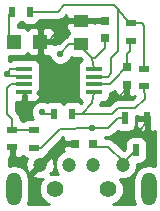
<source format=gbr>
G04 #@! TF.FileFunction,Copper,L1,Top,Signal*
%FSLAX46Y46*%
G04 Gerber Fmt 4.6, Leading zero omitted, Abs format (unit mm)*
G04 Created by KiCad (PCBNEW 4.0.7) date 09/14/17 09:13:08*
%MOMM*%
%LPD*%
G01*
G04 APERTURE LIST*
%ADD10C,0.100000*%
%ADD11R,0.750000X0.800000*%
%ADD12R,0.500000X0.900000*%
%ADD13R,0.900000X0.500000*%
%ADD14R,0.800000X0.750000*%
%ADD15R,1.250000X1.000000*%
%ADD16R,1.200000X1.200000*%
%ADD17C,1.200000*%
%ADD18C,1.400000*%
%ADD19O,1.300000X2.800000*%
%ADD20R,0.600000X1.000000*%
%ADD21R,1.450000X0.450000*%
%ADD22C,0.584200*%
%ADD23C,0.152400*%
%ADD24C,0.254000*%
G04 APERTURE END LIST*
D10*
D11*
X149400000Y-87250000D03*
X149400000Y-85750000D03*
D12*
X144768000Y-89662000D03*
X143268000Y-89662000D03*
D13*
X150876000Y-85864000D03*
X150876000Y-87364000D03*
X149725000Y-82025000D03*
X149725000Y-83525000D03*
X139700000Y-91020200D03*
X139700000Y-92520200D03*
X141503400Y-92545600D03*
X141503400Y-91045600D03*
D12*
X139712000Y-81026000D03*
X141212000Y-81026000D03*
D14*
X145046000Y-92202000D03*
X146546000Y-92202000D03*
D11*
X147574000Y-81800000D03*
X147574000Y-83300000D03*
D15*
X145542000Y-83804000D03*
X145542000Y-81804000D03*
D16*
X139870000Y-83566000D03*
X142070000Y-83566000D03*
D17*
X142042000Y-93980000D03*
X144542000Y-93980000D03*
X146542000Y-93980000D03*
X149042000Y-93980000D03*
D18*
X147792000Y-96080000D03*
X143292000Y-96080000D03*
D19*
X151242000Y-96080000D03*
X139842000Y-96080000D03*
D20*
X151130000Y-90043000D03*
X149230000Y-90043000D03*
X150180000Y-92743000D03*
D21*
X140700000Y-85875000D03*
X140700000Y-86525000D03*
X140700000Y-87175000D03*
X140700000Y-87825000D03*
X146600000Y-87825000D03*
X146600000Y-87175000D03*
X146600000Y-86525000D03*
X146600000Y-85875000D03*
D22*
X142075000Y-82275000D03*
X150400000Y-91100000D03*
X148625000Y-88300000D03*
X143850000Y-92200000D03*
X140425000Y-89150000D03*
X139725000Y-93600000D03*
X146475000Y-90900000D03*
X143764000Y-84582000D03*
X139275000Y-86325000D03*
X142176500Y-89535000D03*
D23*
X142070000Y-83566000D02*
X142070000Y-82280000D01*
X142070000Y-82280000D02*
X142075000Y-82275000D01*
X151130000Y-90043000D02*
X151130000Y-90395000D01*
X151130000Y-90395000D02*
X150400000Y-91100000D01*
X149400000Y-87250000D02*
X149400000Y-87525000D01*
X149400000Y-87525000D02*
X148625000Y-88300000D01*
X142070000Y-83566000D02*
X142684000Y-83566000D01*
X142684000Y-83566000D02*
X143325000Y-82925000D01*
X145046000Y-92202000D02*
X143852000Y-92202000D01*
X143852000Y-92202000D02*
X143850000Y-92200000D01*
X140700000Y-87825000D02*
X140700000Y-88875000D01*
X140700000Y-88875000D02*
X140425000Y-89150000D01*
X139700000Y-92520200D02*
X139700000Y-93575000D01*
X139700000Y-93575000D02*
X139725000Y-93600000D01*
X149400000Y-87250000D02*
X149400000Y-87500000D01*
X142042000Y-93980000D02*
X142240000Y-93980000D01*
X149400000Y-85750000D02*
X149400000Y-84625000D01*
X149675000Y-84350000D02*
X149675000Y-83575000D01*
X149400000Y-84625000D02*
X149675000Y-84350000D01*
X149675000Y-83575000D02*
X149725000Y-83525000D01*
X149600000Y-83650000D02*
X149725000Y-83525000D01*
X146600000Y-87175000D02*
X147975000Y-87175000D01*
X148650000Y-86500000D02*
X149286682Y-85628484D01*
X147975000Y-87175000D02*
X148650000Y-86500000D01*
X149286682Y-85628484D02*
X149311682Y-85603484D01*
X149127236Y-85897764D02*
X149299682Y-85591484D01*
X149299682Y-85591484D02*
X149311682Y-85603484D01*
X149311682Y-85603484D02*
X149146000Y-85484000D01*
X149042000Y-93980000D02*
X149042000Y-93881000D01*
X149042000Y-93881000D02*
X150180000Y-92743000D01*
X149042000Y-93980000D02*
X149042000Y-93670000D01*
X149042000Y-93670000D02*
X147828000Y-92456000D01*
X147828000Y-92456000D02*
X146546000Y-92456000D01*
X149042000Y-93980000D02*
X149042000Y-93500000D01*
X144542000Y-83804000D02*
X145542000Y-83804000D01*
X143764000Y-84582000D02*
X144542000Y-83804000D01*
X147825000Y-90900000D02*
X146475000Y-90900000D01*
X148682000Y-90043000D02*
X147825000Y-90900000D01*
X149230000Y-90043000D02*
X148682000Y-90043000D01*
X141503400Y-92545600D02*
X142150400Y-92545600D01*
X143764000Y-90932000D02*
X146475000Y-90900000D01*
X142150400Y-92545600D02*
X143764000Y-90932000D01*
X146460000Y-84934000D02*
X146714000Y-84934000D01*
X147574000Y-84074000D02*
X147574000Y-83300000D01*
X147320000Y-84328000D02*
X147574000Y-84074000D01*
X146714000Y-84934000D02*
X147320000Y-84328000D01*
X146600000Y-85875000D02*
X146460000Y-84934000D01*
X146460000Y-84934000D02*
X145542000Y-84016000D01*
X145542000Y-84016000D02*
X145542000Y-83804000D01*
X139870000Y-83566000D02*
X139700000Y-83566000D01*
X139700000Y-83566000D02*
X139446000Y-83058000D01*
X139446000Y-81292000D02*
X139712000Y-81026000D01*
X139446000Y-83058000D02*
X139446000Y-81292000D01*
X150876000Y-87364000D02*
X150918384Y-88391221D01*
X148174000Y-89662000D02*
X144768000Y-89662000D01*
X148682000Y-89154000D02*
X148174000Y-89662000D01*
X150129780Y-89154000D02*
X148682000Y-89154000D01*
X150918384Y-88391221D02*
X150129780Y-89154000D01*
X146600000Y-87825000D02*
X146460000Y-88802000D01*
X145600000Y-89662000D02*
X144768000Y-89662000D01*
X146460000Y-88802000D02*
X145600000Y-89662000D01*
X140700000Y-86525000D02*
X139458000Y-86508000D01*
X139458000Y-86508000D02*
X139275000Y-86325000D01*
X143268000Y-89662000D02*
X142303500Y-89662000D01*
X139468500Y-85893000D02*
X140700000Y-85875000D01*
X139275000Y-86325000D02*
X139468500Y-85893000D01*
X142303500Y-89662000D02*
X142176500Y-89535000D01*
X150876000Y-85864000D02*
X150876000Y-82226000D01*
X150675000Y-82025000D02*
X149725000Y-82025000D01*
X150876000Y-82226000D02*
X150675000Y-82025000D01*
X149725000Y-82025000D02*
X149550000Y-82025000D01*
X149550000Y-82025000D02*
X148650000Y-80825000D01*
X141212000Y-81026000D02*
X143549000Y-81026000D01*
X147775000Y-86525000D02*
X146600000Y-86525000D01*
X148075000Y-86225000D02*
X147775000Y-86525000D01*
X148075000Y-84950000D02*
X148075000Y-86225000D01*
X148650000Y-84375000D02*
X148075000Y-84950000D01*
X148650000Y-80825000D02*
X148650000Y-84375000D01*
X148325000Y-80500000D02*
X148650000Y-80825000D01*
X144075000Y-80500000D02*
X148325000Y-80500000D01*
X143549000Y-81026000D02*
X144075000Y-80500000D01*
X141224000Y-81026000D02*
X141212000Y-81026000D01*
X139700000Y-91020200D02*
X141478000Y-91020200D01*
X141478000Y-91020200D02*
X141503400Y-91045600D01*
X139700000Y-91020200D02*
X139700000Y-90125000D01*
X139575000Y-87175000D02*
X140700000Y-87175000D01*
X139275000Y-87475000D02*
X139575000Y-87175000D01*
X139275000Y-89700000D02*
X139275000Y-87475000D01*
X139700000Y-90125000D02*
X139275000Y-89700000D01*
D24*
G36*
X144011000Y-91700690D02*
X144011000Y-91916250D01*
X144169750Y-92075000D01*
X144919000Y-92075000D01*
X144919000Y-92055000D01*
X145173000Y-92055000D01*
X145173000Y-92075000D01*
X145193000Y-92075000D01*
X145193000Y-92329000D01*
X145173000Y-92329000D01*
X145173000Y-92349000D01*
X144919000Y-92349000D01*
X144919000Y-92329000D01*
X144169750Y-92329000D01*
X144011000Y-92487750D01*
X144011000Y-92703310D01*
X144067526Y-92839777D01*
X143843343Y-92932408D01*
X143495629Y-93279515D01*
X143307215Y-93733266D01*
X143306786Y-94224579D01*
X143494408Y-94678657D01*
X143562392Y-94746759D01*
X143558713Y-94745232D01*
X143027617Y-94744769D01*
X142998435Y-94756827D01*
X142904737Y-94663129D01*
X143130164Y-94613617D01*
X143289807Y-94148964D01*
X143259482Y-93658587D01*
X143130164Y-93346383D01*
X142904735Y-93296870D01*
X142221605Y-93980000D01*
X142235748Y-93994143D01*
X142056143Y-94173748D01*
X142042000Y-94159605D01*
X141358870Y-94842735D01*
X141408383Y-95068164D01*
X141873036Y-95227807D01*
X142281351Y-95202557D01*
X142160902Y-95322796D01*
X141957232Y-95813287D01*
X141956769Y-96344383D01*
X142159582Y-96835229D01*
X142534796Y-97211098D01*
X142830776Y-97334000D01*
X141034678Y-97334000D01*
X141127000Y-96869868D01*
X141127000Y-95290132D01*
X141029185Y-94798384D01*
X140750632Y-94381500D01*
X140333748Y-94102947D01*
X139842000Y-94005132D01*
X139394000Y-94094245D01*
X139394000Y-93405200D01*
X139414250Y-93405200D01*
X139573000Y-93246450D01*
X139573000Y-92645200D01*
X139553000Y-92645200D01*
X139553000Y-92395200D01*
X139573000Y-92395200D01*
X139573000Y-92373200D01*
X139827000Y-92373200D01*
X139827000Y-92395200D01*
X139847000Y-92395200D01*
X139847000Y-92645200D01*
X139827000Y-92645200D01*
X139827000Y-93246450D01*
X139985750Y-93405200D01*
X140276310Y-93405200D01*
X140509699Y-93308527D01*
X140582213Y-93236012D01*
X140589310Y-93247041D01*
X140801510Y-93392031D01*
X140929264Y-93417902D01*
X140794193Y-93811036D01*
X140824518Y-94301413D01*
X140953836Y-94613617D01*
X141179265Y-94663130D01*
X141862395Y-93980000D01*
X141848253Y-93965858D01*
X142027858Y-93786253D01*
X142042000Y-93800395D01*
X142725130Y-93117265D01*
X142699809Y-93001979D01*
X144018002Y-91683786D01*
X144011000Y-91700690D01*
X144011000Y-91700690D01*
G37*
X144011000Y-91700690D02*
X144011000Y-91916250D01*
X144169750Y-92075000D01*
X144919000Y-92075000D01*
X144919000Y-92055000D01*
X145173000Y-92055000D01*
X145173000Y-92075000D01*
X145193000Y-92075000D01*
X145193000Y-92329000D01*
X145173000Y-92329000D01*
X145173000Y-92349000D01*
X144919000Y-92349000D01*
X144919000Y-92329000D01*
X144169750Y-92329000D01*
X144011000Y-92487750D01*
X144011000Y-92703310D01*
X144067526Y-92839777D01*
X143843343Y-92932408D01*
X143495629Y-93279515D01*
X143307215Y-93733266D01*
X143306786Y-94224579D01*
X143494408Y-94678657D01*
X143562392Y-94746759D01*
X143558713Y-94745232D01*
X143027617Y-94744769D01*
X142998435Y-94756827D01*
X142904737Y-94663129D01*
X143130164Y-94613617D01*
X143289807Y-94148964D01*
X143259482Y-93658587D01*
X143130164Y-93346383D01*
X142904735Y-93296870D01*
X142221605Y-93980000D01*
X142235748Y-93994143D01*
X142056143Y-94173748D01*
X142042000Y-94159605D01*
X141358870Y-94842735D01*
X141408383Y-95068164D01*
X141873036Y-95227807D01*
X142281351Y-95202557D01*
X142160902Y-95322796D01*
X141957232Y-95813287D01*
X141956769Y-96344383D01*
X142159582Y-96835229D01*
X142534796Y-97211098D01*
X142830776Y-97334000D01*
X141034678Y-97334000D01*
X141127000Y-96869868D01*
X141127000Y-95290132D01*
X141029185Y-94798384D01*
X140750632Y-94381500D01*
X140333748Y-94102947D01*
X139842000Y-94005132D01*
X139394000Y-94094245D01*
X139394000Y-93405200D01*
X139414250Y-93405200D01*
X139573000Y-93246450D01*
X139573000Y-92645200D01*
X139553000Y-92645200D01*
X139553000Y-92395200D01*
X139573000Y-92395200D01*
X139573000Y-92373200D01*
X139827000Y-92373200D01*
X139827000Y-92395200D01*
X139847000Y-92395200D01*
X139847000Y-92645200D01*
X139827000Y-92645200D01*
X139827000Y-93246450D01*
X139985750Y-93405200D01*
X140276310Y-93405200D01*
X140509699Y-93308527D01*
X140582213Y-93236012D01*
X140589310Y-93247041D01*
X140801510Y-93392031D01*
X140929264Y-93417902D01*
X140794193Y-93811036D01*
X140824518Y-94301413D01*
X140953836Y-94613617D01*
X141179265Y-94663130D01*
X141862395Y-93980000D01*
X141848253Y-93965858D01*
X142027858Y-93786253D01*
X142042000Y-93800395D01*
X142725130Y-93117265D01*
X142699809Y-93001979D01*
X144018002Y-91683786D01*
X144011000Y-91700690D01*
G36*
X150353750Y-89916000D02*
X151003000Y-89916000D01*
X151003000Y-89896000D01*
X151257000Y-89896000D01*
X151257000Y-89916000D01*
X151277000Y-89916000D01*
X151277000Y-90170000D01*
X151257000Y-90170000D01*
X151257000Y-91019250D01*
X151415750Y-91178000D01*
X151556309Y-91178000D01*
X151753500Y-91096321D01*
X151753500Y-94116145D01*
X151733748Y-94102947D01*
X151242000Y-94005132D01*
X150750252Y-94102947D01*
X150333368Y-94381500D01*
X150054815Y-94798384D01*
X149957000Y-95290132D01*
X149957000Y-96869868D01*
X150049322Y-97334000D01*
X148252977Y-97334000D01*
X148547229Y-97212418D01*
X148923098Y-96837204D01*
X149126768Y-96346713D01*
X149127231Y-95815617D01*
X148924418Y-95324771D01*
X148814641Y-95214802D01*
X149286579Y-95215214D01*
X149740657Y-95027592D01*
X150088371Y-94680485D01*
X150276785Y-94226734D01*
X150277079Y-93890440D01*
X150480000Y-93890440D01*
X150715317Y-93846162D01*
X150931441Y-93707090D01*
X151076431Y-93494890D01*
X151127440Y-93243000D01*
X151127440Y-92243000D01*
X151083162Y-92007683D01*
X150944090Y-91791559D01*
X150731890Y-91646569D01*
X150480000Y-91595560D01*
X149880000Y-91595560D01*
X149644683Y-91639838D01*
X149428559Y-91778910D01*
X149283569Y-91991110D01*
X149232560Y-92243000D01*
X149232560Y-92684652D01*
X149172099Y-92745113D01*
X149122859Y-92745070D01*
X148330894Y-91953106D01*
X148100165Y-91798937D01*
X147828000Y-91744800D01*
X147577973Y-91744800D01*
X147552834Y-91611200D01*
X147825000Y-91611200D01*
X148097165Y-91557063D01*
X148327894Y-91402894D01*
X148626572Y-91104216D01*
X148678110Y-91139431D01*
X148930000Y-91190440D01*
X149530000Y-91190440D01*
X149765317Y-91146162D01*
X149981441Y-91007090D01*
X150126431Y-90794890D01*
X150177440Y-90543000D01*
X150177440Y-90328750D01*
X150195000Y-90328750D01*
X150195000Y-90669310D01*
X150291673Y-90902699D01*
X150470302Y-91081327D01*
X150703691Y-91178000D01*
X150844250Y-91178000D01*
X151003000Y-91019250D01*
X151003000Y-90170000D01*
X150353750Y-90170000D01*
X150195000Y-90328750D01*
X150177440Y-90328750D01*
X150177440Y-89855720D01*
X150260173Y-89839263D01*
X150274424Y-89836674D01*
X150353750Y-89916000D01*
X150353750Y-89916000D01*
G37*
X150353750Y-89916000D02*
X151003000Y-89916000D01*
X151003000Y-89896000D01*
X151257000Y-89896000D01*
X151257000Y-89916000D01*
X151277000Y-89916000D01*
X151277000Y-90170000D01*
X151257000Y-90170000D01*
X151257000Y-91019250D01*
X151415750Y-91178000D01*
X151556309Y-91178000D01*
X151753500Y-91096321D01*
X151753500Y-94116145D01*
X151733748Y-94102947D01*
X151242000Y-94005132D01*
X150750252Y-94102947D01*
X150333368Y-94381500D01*
X150054815Y-94798384D01*
X149957000Y-95290132D01*
X149957000Y-96869868D01*
X150049322Y-97334000D01*
X148252977Y-97334000D01*
X148547229Y-97212418D01*
X148923098Y-96837204D01*
X149126768Y-96346713D01*
X149127231Y-95815617D01*
X148924418Y-95324771D01*
X148814641Y-95214802D01*
X149286579Y-95215214D01*
X149740657Y-95027592D01*
X150088371Y-94680485D01*
X150276785Y-94226734D01*
X150277079Y-93890440D01*
X150480000Y-93890440D01*
X150715317Y-93846162D01*
X150931441Y-93707090D01*
X151076431Y-93494890D01*
X151127440Y-93243000D01*
X151127440Y-92243000D01*
X151083162Y-92007683D01*
X150944090Y-91791559D01*
X150731890Y-91646569D01*
X150480000Y-91595560D01*
X149880000Y-91595560D01*
X149644683Y-91639838D01*
X149428559Y-91778910D01*
X149283569Y-91991110D01*
X149232560Y-92243000D01*
X149232560Y-92684652D01*
X149172099Y-92745113D01*
X149122859Y-92745070D01*
X148330894Y-91953106D01*
X148100165Y-91798937D01*
X147828000Y-91744800D01*
X147577973Y-91744800D01*
X147552834Y-91611200D01*
X147825000Y-91611200D01*
X148097165Y-91557063D01*
X148327894Y-91402894D01*
X148626572Y-91104216D01*
X148678110Y-91139431D01*
X148930000Y-91190440D01*
X149530000Y-91190440D01*
X149765317Y-91146162D01*
X149981441Y-91007090D01*
X150126431Y-90794890D01*
X150177440Y-90543000D01*
X150177440Y-90328750D01*
X150195000Y-90328750D01*
X150195000Y-90669310D01*
X150291673Y-90902699D01*
X150470302Y-91081327D01*
X150703691Y-91178000D01*
X150844250Y-91178000D01*
X151003000Y-91019250D01*
X151003000Y-90170000D01*
X150353750Y-90170000D01*
X150195000Y-90328750D01*
X150177440Y-90328750D01*
X150177440Y-89855720D01*
X150260173Y-89839263D01*
X150274424Y-89836674D01*
X150353750Y-89916000D01*
G36*
X144282000Y-81518250D02*
X144440750Y-81677000D01*
X145415000Y-81677000D01*
X145415000Y-81657000D01*
X145669000Y-81657000D01*
X145669000Y-81677000D01*
X146643250Y-81677000D01*
X146685000Y-81635250D01*
X146722750Y-81673000D01*
X147447000Y-81673000D01*
X147447000Y-81653000D01*
X147701000Y-81653000D01*
X147701000Y-81673000D01*
X147721000Y-81673000D01*
X147721000Y-81927000D01*
X147701000Y-81927000D01*
X147701000Y-81947000D01*
X147447000Y-81947000D01*
X147447000Y-81927000D01*
X146722750Y-81927000D01*
X146681000Y-81968750D01*
X146643250Y-81931000D01*
X145669000Y-81931000D01*
X145669000Y-81951000D01*
X145415000Y-81951000D01*
X145415000Y-81931000D01*
X144440750Y-81931000D01*
X144282000Y-82089750D01*
X144282000Y-82430309D01*
X144378673Y-82663698D01*
X144519910Y-82804936D01*
X144465559Y-82839910D01*
X144320569Y-83052110D01*
X144302689Y-83140402D01*
X144269835Y-83146937D01*
X144039106Y-83301106D01*
X143685381Y-83654831D01*
X143580397Y-83654739D01*
X143246113Y-83792863D01*
X143146250Y-83693000D01*
X142197000Y-83693000D01*
X142197000Y-84642250D01*
X142355750Y-84801000D01*
X142796309Y-84801000D01*
X142843319Y-84781528D01*
X142977585Y-85106474D01*
X143238154Y-85367499D01*
X143578779Y-85508939D01*
X143947603Y-85509261D01*
X144288474Y-85368415D01*
X144549499Y-85107846D01*
X144642142Y-84884738D01*
X144665110Y-84900431D01*
X144917000Y-84951440D01*
X145471652Y-84951440D01*
X145595488Y-85075276D01*
X145423559Y-85185910D01*
X145278569Y-85398110D01*
X145227560Y-85650000D01*
X145227560Y-86100000D01*
X145247067Y-86203671D01*
X145227560Y-86300000D01*
X145227560Y-86750000D01*
X145247067Y-86853671D01*
X145227560Y-86950000D01*
X145227560Y-87400000D01*
X145247067Y-87503671D01*
X145227560Y-87600000D01*
X145227560Y-88050000D01*
X145271838Y-88285317D01*
X145410910Y-88501441D01*
X145615191Y-88641020D01*
X145487400Y-88768811D01*
X145482090Y-88760559D01*
X145269890Y-88615569D01*
X145018000Y-88564560D01*
X144518000Y-88564560D01*
X144282683Y-88608838D01*
X144066559Y-88747910D01*
X144018866Y-88817711D01*
X143982090Y-88760559D01*
X143769890Y-88615569D01*
X143518000Y-88564560D01*
X143018000Y-88564560D01*
X142782683Y-88608838D01*
X142618313Y-88714607D01*
X142361721Y-88608061D01*
X141992897Y-88607739D01*
X141652026Y-88748585D01*
X141391001Y-89009154D01*
X141249561Y-89349779D01*
X141249239Y-89718603D01*
X141390085Y-90059474D01*
X141478616Y-90148160D01*
X141053400Y-90148160D01*
X140818083Y-90192438D01*
X140636941Y-90309000D01*
X140599807Y-90309000D01*
X140411200Y-90180130D01*
X140411200Y-90125000D01*
X140394889Y-90043000D01*
X140357063Y-89852835D01*
X140202895Y-89622106D01*
X139986200Y-89405412D01*
X139986200Y-88685000D01*
X140414250Y-88685000D01*
X140573000Y-88526250D01*
X140573000Y-88047440D01*
X140827000Y-88047440D01*
X140827000Y-88526250D01*
X140985750Y-88685000D01*
X141551309Y-88685000D01*
X141784698Y-88588327D01*
X141963327Y-88409699D01*
X142060000Y-88176310D01*
X142060000Y-88096250D01*
X141901250Y-87937500D01*
X141762359Y-87937500D01*
X141876441Y-87864090D01*
X142021431Y-87651890D01*
X142036558Y-87577192D01*
X142060000Y-87553750D01*
X142060000Y-87473690D01*
X142058333Y-87469665D01*
X142072440Y-87400000D01*
X142072440Y-86950000D01*
X142052933Y-86846329D01*
X142072440Y-86750000D01*
X142072440Y-86300000D01*
X142052933Y-86196329D01*
X142072440Y-86100000D01*
X142072440Y-85650000D01*
X142028162Y-85414683D01*
X141889090Y-85198559D01*
X141676890Y-85053569D01*
X141425000Y-85002560D01*
X139975000Y-85002560D01*
X139739683Y-85046838D01*
X139531495Y-85180803D01*
X139458106Y-85181876D01*
X139394000Y-85195604D01*
X139394000Y-84813440D01*
X140470000Y-84813440D01*
X140705317Y-84769162D01*
X140921441Y-84630090D01*
X140967969Y-84561994D01*
X141110302Y-84704327D01*
X141343691Y-84801000D01*
X141784250Y-84801000D01*
X141943000Y-84642250D01*
X141943000Y-83693000D01*
X141923000Y-83693000D01*
X141923000Y-83439000D01*
X141943000Y-83439000D01*
X141943000Y-82489750D01*
X142197000Y-82489750D01*
X142197000Y-83439000D01*
X143146250Y-83439000D01*
X143305000Y-83280250D01*
X143305000Y-82839690D01*
X143208327Y-82606301D01*
X143029698Y-82427673D01*
X142796309Y-82331000D01*
X142355750Y-82331000D01*
X142197000Y-82489750D01*
X141943000Y-82489750D01*
X141784250Y-82331000D01*
X141343691Y-82331000D01*
X141110302Y-82427673D01*
X140969064Y-82568910D01*
X140934090Y-82514559D01*
X140721890Y-82369569D01*
X140470000Y-82318560D01*
X140157200Y-82318560D01*
X140157200Y-82086711D01*
X140197317Y-82079162D01*
X140413441Y-81940090D01*
X140461134Y-81870289D01*
X140497910Y-81927441D01*
X140710110Y-82072431D01*
X140962000Y-82123440D01*
X141462000Y-82123440D01*
X141697317Y-82079162D01*
X141913441Y-81940090D01*
X142052070Y-81737200D01*
X143549000Y-81737200D01*
X143821165Y-81683063D01*
X144051894Y-81528894D01*
X144282000Y-81298788D01*
X144282000Y-81518250D01*
X144282000Y-81518250D01*
G37*
X144282000Y-81518250D02*
X144440750Y-81677000D01*
X145415000Y-81677000D01*
X145415000Y-81657000D01*
X145669000Y-81657000D01*
X145669000Y-81677000D01*
X146643250Y-81677000D01*
X146685000Y-81635250D01*
X146722750Y-81673000D01*
X147447000Y-81673000D01*
X147447000Y-81653000D01*
X147701000Y-81653000D01*
X147701000Y-81673000D01*
X147721000Y-81673000D01*
X147721000Y-81927000D01*
X147701000Y-81927000D01*
X147701000Y-81947000D01*
X147447000Y-81947000D01*
X147447000Y-81927000D01*
X146722750Y-81927000D01*
X146681000Y-81968750D01*
X146643250Y-81931000D01*
X145669000Y-81931000D01*
X145669000Y-81951000D01*
X145415000Y-81951000D01*
X145415000Y-81931000D01*
X144440750Y-81931000D01*
X144282000Y-82089750D01*
X144282000Y-82430309D01*
X144378673Y-82663698D01*
X144519910Y-82804936D01*
X144465559Y-82839910D01*
X144320569Y-83052110D01*
X144302689Y-83140402D01*
X144269835Y-83146937D01*
X144039106Y-83301106D01*
X143685381Y-83654831D01*
X143580397Y-83654739D01*
X143246113Y-83792863D01*
X143146250Y-83693000D01*
X142197000Y-83693000D01*
X142197000Y-84642250D01*
X142355750Y-84801000D01*
X142796309Y-84801000D01*
X142843319Y-84781528D01*
X142977585Y-85106474D01*
X143238154Y-85367499D01*
X143578779Y-85508939D01*
X143947603Y-85509261D01*
X144288474Y-85368415D01*
X144549499Y-85107846D01*
X144642142Y-84884738D01*
X144665110Y-84900431D01*
X144917000Y-84951440D01*
X145471652Y-84951440D01*
X145595488Y-85075276D01*
X145423559Y-85185910D01*
X145278569Y-85398110D01*
X145227560Y-85650000D01*
X145227560Y-86100000D01*
X145247067Y-86203671D01*
X145227560Y-86300000D01*
X145227560Y-86750000D01*
X145247067Y-86853671D01*
X145227560Y-86950000D01*
X145227560Y-87400000D01*
X145247067Y-87503671D01*
X145227560Y-87600000D01*
X145227560Y-88050000D01*
X145271838Y-88285317D01*
X145410910Y-88501441D01*
X145615191Y-88641020D01*
X145487400Y-88768811D01*
X145482090Y-88760559D01*
X145269890Y-88615569D01*
X145018000Y-88564560D01*
X144518000Y-88564560D01*
X144282683Y-88608838D01*
X144066559Y-88747910D01*
X144018866Y-88817711D01*
X143982090Y-88760559D01*
X143769890Y-88615569D01*
X143518000Y-88564560D01*
X143018000Y-88564560D01*
X142782683Y-88608838D01*
X142618313Y-88714607D01*
X142361721Y-88608061D01*
X141992897Y-88607739D01*
X141652026Y-88748585D01*
X141391001Y-89009154D01*
X141249561Y-89349779D01*
X141249239Y-89718603D01*
X141390085Y-90059474D01*
X141478616Y-90148160D01*
X141053400Y-90148160D01*
X140818083Y-90192438D01*
X140636941Y-90309000D01*
X140599807Y-90309000D01*
X140411200Y-90180130D01*
X140411200Y-90125000D01*
X140394889Y-90043000D01*
X140357063Y-89852835D01*
X140202895Y-89622106D01*
X139986200Y-89405412D01*
X139986200Y-88685000D01*
X140414250Y-88685000D01*
X140573000Y-88526250D01*
X140573000Y-88047440D01*
X140827000Y-88047440D01*
X140827000Y-88526250D01*
X140985750Y-88685000D01*
X141551309Y-88685000D01*
X141784698Y-88588327D01*
X141963327Y-88409699D01*
X142060000Y-88176310D01*
X142060000Y-88096250D01*
X141901250Y-87937500D01*
X141762359Y-87937500D01*
X141876441Y-87864090D01*
X142021431Y-87651890D01*
X142036558Y-87577192D01*
X142060000Y-87553750D01*
X142060000Y-87473690D01*
X142058333Y-87469665D01*
X142072440Y-87400000D01*
X142072440Y-86950000D01*
X142052933Y-86846329D01*
X142072440Y-86750000D01*
X142072440Y-86300000D01*
X142052933Y-86196329D01*
X142072440Y-86100000D01*
X142072440Y-85650000D01*
X142028162Y-85414683D01*
X141889090Y-85198559D01*
X141676890Y-85053569D01*
X141425000Y-85002560D01*
X139975000Y-85002560D01*
X139739683Y-85046838D01*
X139531495Y-85180803D01*
X139458106Y-85181876D01*
X139394000Y-85195604D01*
X139394000Y-84813440D01*
X140470000Y-84813440D01*
X140705317Y-84769162D01*
X140921441Y-84630090D01*
X140967969Y-84561994D01*
X141110302Y-84704327D01*
X141343691Y-84801000D01*
X141784250Y-84801000D01*
X141943000Y-84642250D01*
X141943000Y-83693000D01*
X141923000Y-83693000D01*
X141923000Y-83439000D01*
X141943000Y-83439000D01*
X141943000Y-82489750D01*
X142197000Y-82489750D01*
X142197000Y-83439000D01*
X143146250Y-83439000D01*
X143305000Y-83280250D01*
X143305000Y-82839690D01*
X143208327Y-82606301D01*
X143029698Y-82427673D01*
X142796309Y-82331000D01*
X142355750Y-82331000D01*
X142197000Y-82489750D01*
X141943000Y-82489750D01*
X141784250Y-82331000D01*
X141343691Y-82331000D01*
X141110302Y-82427673D01*
X140969064Y-82568910D01*
X140934090Y-82514559D01*
X140721890Y-82369569D01*
X140470000Y-82318560D01*
X140157200Y-82318560D01*
X140157200Y-82086711D01*
X140197317Y-82079162D01*
X140413441Y-81940090D01*
X140461134Y-81870289D01*
X140497910Y-81927441D01*
X140710110Y-82072431D01*
X140962000Y-82123440D01*
X141462000Y-82123440D01*
X141697317Y-82079162D01*
X141913441Y-81940090D01*
X142052070Y-81737200D01*
X143549000Y-81737200D01*
X143821165Y-81683063D01*
X144051894Y-81528894D01*
X144282000Y-81298788D01*
X144282000Y-81518250D01*
G36*
X149527000Y-87123000D02*
X149547000Y-87123000D01*
X149547000Y-87377000D01*
X149527000Y-87377000D01*
X149527000Y-88126250D01*
X149685750Y-88285000D01*
X149901310Y-88285000D01*
X150083089Y-88209705D01*
X149842102Y-88442800D01*
X148682000Y-88442800D01*
X148409836Y-88496937D01*
X148384165Y-88514090D01*
X148179105Y-88651106D01*
X147879412Y-88950800D01*
X147147130Y-88950800D01*
X147164009Y-88902882D01*
X147193448Y-88697440D01*
X147325000Y-88697440D01*
X147560317Y-88653162D01*
X147776441Y-88514090D01*
X147921431Y-88301890D01*
X147972440Y-88050000D01*
X147972440Y-87886200D01*
X147975000Y-87886200D01*
X148247165Y-87832063D01*
X148390000Y-87736623D01*
X148390000Y-87776309D01*
X148486673Y-88009698D01*
X148665301Y-88188327D01*
X148898690Y-88285000D01*
X149114250Y-88285000D01*
X149273000Y-88126250D01*
X149273000Y-87377000D01*
X149253000Y-87377000D01*
X149253000Y-87123000D01*
X149273000Y-87123000D01*
X149273000Y-87103000D01*
X149527000Y-87103000D01*
X149527000Y-87123000D01*
X149527000Y-87123000D01*
G37*
X149527000Y-87123000D02*
X149547000Y-87123000D01*
X149547000Y-87377000D01*
X149527000Y-87377000D01*
X149527000Y-88126250D01*
X149685750Y-88285000D01*
X149901310Y-88285000D01*
X150083089Y-88209705D01*
X149842102Y-88442800D01*
X148682000Y-88442800D01*
X148409836Y-88496937D01*
X148384165Y-88514090D01*
X148179105Y-88651106D01*
X147879412Y-88950800D01*
X147147130Y-88950800D01*
X147164009Y-88902882D01*
X147193448Y-88697440D01*
X147325000Y-88697440D01*
X147560317Y-88653162D01*
X147776441Y-88514090D01*
X147921431Y-88301890D01*
X147972440Y-88050000D01*
X147972440Y-87886200D01*
X147975000Y-87886200D01*
X148247165Y-87832063D01*
X148390000Y-87736623D01*
X148390000Y-87776309D01*
X148486673Y-88009698D01*
X148665301Y-88188327D01*
X148898690Y-88285000D01*
X149114250Y-88285000D01*
X149273000Y-88126250D01*
X149273000Y-87377000D01*
X149253000Y-87377000D01*
X149253000Y-87123000D01*
X149273000Y-87123000D01*
X149273000Y-87103000D01*
X149527000Y-87103000D01*
X149527000Y-87123000D01*
M02*

</source>
